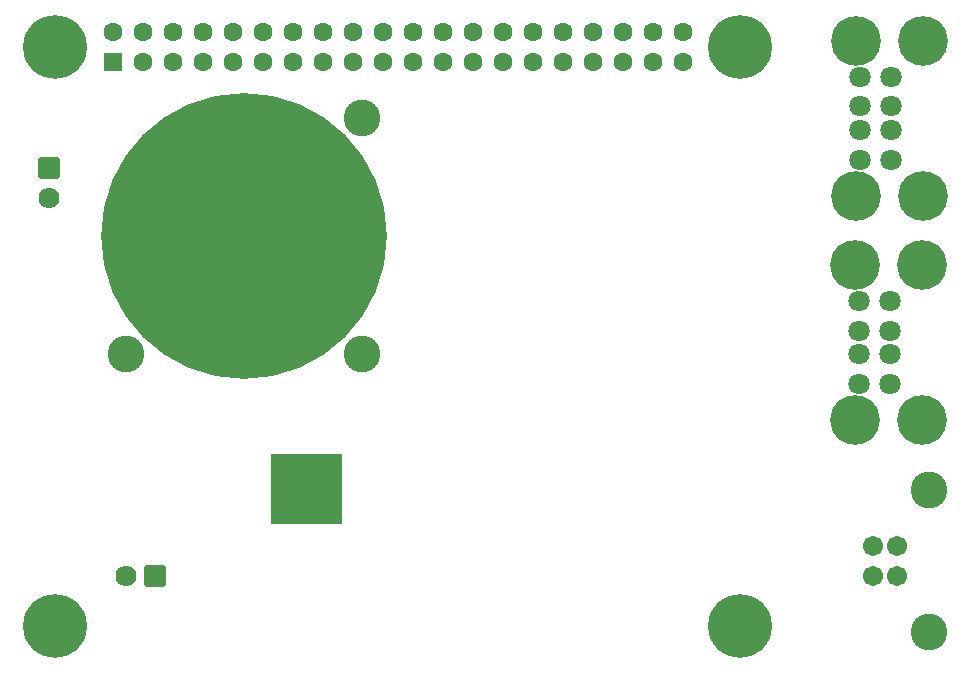
<source format=gbr>
%TF.GenerationSoftware,KiCad,Pcbnew,9.0.3*%
%TF.CreationDate,2025-07-26T10:45:52-05:00*%
%TF.ProjectId,1026 RPi Power Hat,31303236-2052-4506-9920-506f77657220,1.0.0*%
%TF.SameCoordinates,PX5f5e100PY8f0d180*%
%TF.FileFunction,Soldermask,Bot*%
%TF.FilePolarity,Negative*%
%FSLAX46Y46*%
G04 Gerber Fmt 4.6, Leading zero omitted, Abs format (unit mm)*
G04 Created by KiCad (PCBNEW 9.0.3) date 2025-07-26 10:45:52*
%MOMM*%
%LPD*%
G01*
G04 APERTURE LIST*
G04 Aperture macros list*
%AMRoundRect*
0 Rectangle with rounded corners*
0 $1 Rounding radius*
0 $2 $3 $4 $5 $6 $7 $8 $9 X,Y pos of 4 corners*
0 Add a 4 corners polygon primitive as box body*
4,1,4,$2,$3,$4,$5,$6,$7,$8,$9,$2,$3,0*
0 Add four circle primitives for the rounded corners*
1,1,$1+$1,$2,$3*
1,1,$1+$1,$4,$5*
1,1,$1+$1,$6,$7*
1,1,$1+$1,$8,$9*
0 Add four rect primitives between the rounded corners*
20,1,$1+$1,$2,$3,$4,$5,0*
20,1,$1+$1,$4,$5,$6,$7,0*
20,1,$1+$1,$6,$7,$8,$9,0*
20,1,$1+$1,$8,$9,$2,$3,0*%
G04 Aperture macros list end*
%ADD10C,1.804000*%
%ADD11C,4.204000*%
%ADD12C,1.704000*%
%ADD13C,3.104000*%
%ADD14C,5.400000*%
%ADD15RoundRect,0.102000X-0.787500X0.787500X-0.787500X-0.787500X0.787500X-0.787500X0.787500X0.787500X0*%
%ADD16C,1.779000*%
%ADD17RoundRect,0.102000X0.787500X0.787500X-0.787500X0.787500X-0.787500X-0.787500X0.787500X-0.787500X0*%
%ADD18C,3.100000*%
%ADD19C,24.200000*%
%ADD20RoundRect,0.102000X0.695000X0.695000X-0.695000X0.695000X-0.695000X-0.695000X0.695000X-0.695000X0*%
%ADD21C,1.594000*%
G04 APERTURE END LIST*
G36*
X21800000Y18100000D02*
G01*
X27800000Y18100000D01*
X27800000Y12100000D01*
X21800000Y12100000D01*
X21800000Y18100000D01*
G37*
D10*
%TO.C,J6*%
X71670000Y43000000D03*
X74290000Y43000000D03*
X71670000Y45500000D03*
X74290000Y45500000D03*
X71670000Y47500000D03*
X74290000Y47500000D03*
X71670000Y50000000D03*
X74290000Y50000000D03*
D11*
X77000000Y39930000D03*
X77000000Y53070000D03*
X71320000Y39930000D03*
X71320000Y53070000D03*
%TD*%
D12*
%TO.C,J4*%
X72790000Y10250000D03*
X72790000Y7750000D03*
X74790000Y7750000D03*
X74790000Y10250000D03*
D13*
X77500000Y2980000D03*
X77500000Y15020000D03*
%TD*%
D14*
%TO.C,H4*%
X61500000Y3500000D03*
%TD*%
%TO.C,H1*%
X3500000Y52500000D03*
%TD*%
D10*
%TO.C,J5*%
X71595300Y24000000D03*
X74215300Y24000000D03*
X71595300Y26500000D03*
X74215300Y26500000D03*
X71595300Y28500000D03*
X74215300Y28500000D03*
X71595300Y31000000D03*
X74215300Y31000000D03*
D11*
X76925300Y20930000D03*
X76925300Y34070000D03*
X71245300Y20930000D03*
X71245300Y34070000D03*
%TD*%
D14*
%TO.C,H3*%
X3500000Y3500000D03*
%TD*%
D15*
%TO.C,J2*%
X2975000Y42250000D03*
D16*
X2975000Y39750000D03*
%TD*%
D17*
%TO.C,J1*%
X11987500Y7719250D03*
D16*
X9487500Y7719250D03*
%TD*%
D18*
%TO.C,M1*%
X29500000Y26500000D03*
X29500000Y46500000D03*
D19*
X19500000Y36500000D03*
D18*
X9500000Y26500000D03*
%TD*%
D14*
%TO.C,H2*%
X61500000Y52500000D03*
%TD*%
D20*
%TO.C,J3*%
X8370000Y51230000D03*
D21*
X8370000Y53770000D03*
X10910000Y51230000D03*
X10910000Y53770000D03*
X13450000Y51230000D03*
X13450000Y53770000D03*
X15990000Y51230000D03*
X15990000Y53770000D03*
X18530000Y51230000D03*
X18530000Y53770000D03*
X21070000Y51230000D03*
X21070000Y53770000D03*
X23610000Y51230000D03*
X23610000Y53770000D03*
X26150000Y51230000D03*
X26150000Y53770000D03*
X28690000Y51230000D03*
X28690000Y53770000D03*
X31230000Y51230000D03*
X31230000Y53770000D03*
X33770000Y51230000D03*
X33770000Y53770000D03*
X36310000Y51230000D03*
X36310000Y53770000D03*
X38850000Y51230000D03*
X38850000Y53770000D03*
X41390000Y51230000D03*
X41390000Y53770000D03*
X43930000Y51230000D03*
X43930000Y53770000D03*
X46470000Y51230000D03*
X46470000Y53770000D03*
X49010000Y51230000D03*
X49010000Y53770000D03*
X51550000Y51230000D03*
X51550000Y53770000D03*
X54090000Y51230000D03*
X54090000Y53770000D03*
X56630000Y51230000D03*
X56630000Y53770000D03*
%TD*%
M02*

</source>
